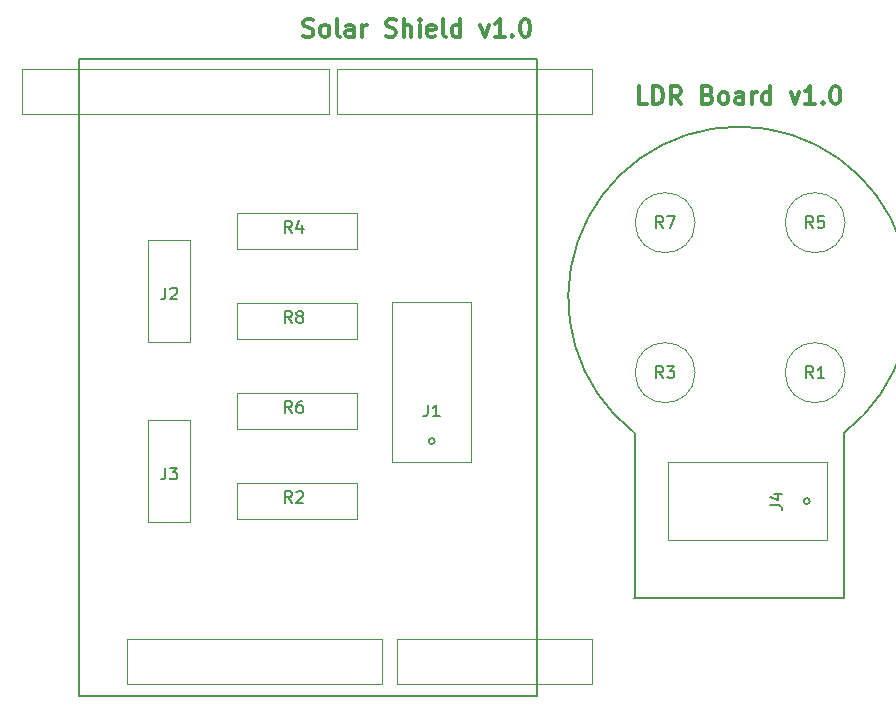
<source format=gbr>
G04 #@! TF.FileFunction,Other,Fab,Top*
%FSLAX46Y46*%
G04 Gerber Fmt 4.6, Leading zero omitted, Abs format (unit mm)*
G04 Created by KiCad (PCBNEW 4.0.3+e1-6302~38~ubuntu14.04.1-stable) date Sun Sep 11 21:15:42 2016*
%MOMM*%
%LPD*%
G01*
G04 APERTURE LIST*
%ADD10C,0.100000*%
%ADD11C,0.300000*%
%ADD12C,0.150000*%
%ADD13C,0.152400*%
%ADD14C,0.200000*%
%ADD15C,0.050000*%
G04 APERTURE END LIST*
D10*
D11*
X151936858Y-70838143D02*
X152151144Y-70909571D01*
X152508287Y-70909571D01*
X152651144Y-70838143D01*
X152722573Y-70766714D01*
X152794001Y-70623857D01*
X152794001Y-70481000D01*
X152722573Y-70338143D01*
X152651144Y-70266714D01*
X152508287Y-70195286D01*
X152222573Y-70123857D01*
X152079715Y-70052429D01*
X152008287Y-69981000D01*
X151936858Y-69838143D01*
X151936858Y-69695286D01*
X152008287Y-69552429D01*
X152079715Y-69481000D01*
X152222573Y-69409571D01*
X152579715Y-69409571D01*
X152794001Y-69481000D01*
X153651144Y-70909571D02*
X153508286Y-70838143D01*
X153436858Y-70766714D01*
X153365429Y-70623857D01*
X153365429Y-70195286D01*
X153436858Y-70052429D01*
X153508286Y-69981000D01*
X153651144Y-69909571D01*
X153865429Y-69909571D01*
X154008286Y-69981000D01*
X154079715Y-70052429D01*
X154151144Y-70195286D01*
X154151144Y-70623857D01*
X154079715Y-70766714D01*
X154008286Y-70838143D01*
X153865429Y-70909571D01*
X153651144Y-70909571D01*
X155008287Y-70909571D02*
X154865429Y-70838143D01*
X154794001Y-70695286D01*
X154794001Y-69409571D01*
X156222572Y-70909571D02*
X156222572Y-70123857D01*
X156151143Y-69981000D01*
X156008286Y-69909571D01*
X155722572Y-69909571D01*
X155579715Y-69981000D01*
X156222572Y-70838143D02*
X156079715Y-70909571D01*
X155722572Y-70909571D01*
X155579715Y-70838143D01*
X155508286Y-70695286D01*
X155508286Y-70552429D01*
X155579715Y-70409571D01*
X155722572Y-70338143D01*
X156079715Y-70338143D01*
X156222572Y-70266714D01*
X156936858Y-70909571D02*
X156936858Y-69909571D01*
X156936858Y-70195286D02*
X157008286Y-70052429D01*
X157079715Y-69981000D01*
X157222572Y-69909571D01*
X157365429Y-69909571D01*
X158936857Y-70838143D02*
X159151143Y-70909571D01*
X159508286Y-70909571D01*
X159651143Y-70838143D01*
X159722572Y-70766714D01*
X159794000Y-70623857D01*
X159794000Y-70481000D01*
X159722572Y-70338143D01*
X159651143Y-70266714D01*
X159508286Y-70195286D01*
X159222572Y-70123857D01*
X159079714Y-70052429D01*
X159008286Y-69981000D01*
X158936857Y-69838143D01*
X158936857Y-69695286D01*
X159008286Y-69552429D01*
X159079714Y-69481000D01*
X159222572Y-69409571D01*
X159579714Y-69409571D01*
X159794000Y-69481000D01*
X160436857Y-70909571D02*
X160436857Y-69409571D01*
X161079714Y-70909571D02*
X161079714Y-70123857D01*
X161008285Y-69981000D01*
X160865428Y-69909571D01*
X160651143Y-69909571D01*
X160508285Y-69981000D01*
X160436857Y-70052429D01*
X161794000Y-70909571D02*
X161794000Y-69909571D01*
X161794000Y-69409571D02*
X161722571Y-69481000D01*
X161794000Y-69552429D01*
X161865428Y-69481000D01*
X161794000Y-69409571D01*
X161794000Y-69552429D01*
X163079714Y-70838143D02*
X162936857Y-70909571D01*
X162651143Y-70909571D01*
X162508286Y-70838143D01*
X162436857Y-70695286D01*
X162436857Y-70123857D01*
X162508286Y-69981000D01*
X162651143Y-69909571D01*
X162936857Y-69909571D01*
X163079714Y-69981000D01*
X163151143Y-70123857D01*
X163151143Y-70266714D01*
X162436857Y-70409571D01*
X164008286Y-70909571D02*
X163865428Y-70838143D01*
X163794000Y-70695286D01*
X163794000Y-69409571D01*
X165222571Y-70909571D02*
X165222571Y-69409571D01*
X165222571Y-70838143D02*
X165079714Y-70909571D01*
X164794000Y-70909571D01*
X164651142Y-70838143D01*
X164579714Y-70766714D01*
X164508285Y-70623857D01*
X164508285Y-70195286D01*
X164579714Y-70052429D01*
X164651142Y-69981000D01*
X164794000Y-69909571D01*
X165079714Y-69909571D01*
X165222571Y-69981000D01*
X166936857Y-69909571D02*
X167294000Y-70909571D01*
X167651142Y-69909571D01*
X169008285Y-70909571D02*
X168151142Y-70909571D01*
X168579714Y-70909571D02*
X168579714Y-69409571D01*
X168436857Y-69623857D01*
X168293999Y-69766714D01*
X168151142Y-69838143D01*
X169651142Y-70766714D02*
X169722570Y-70838143D01*
X169651142Y-70909571D01*
X169579713Y-70838143D01*
X169651142Y-70766714D01*
X169651142Y-70909571D01*
X170651142Y-69409571D02*
X170793999Y-69409571D01*
X170936856Y-69481000D01*
X171008285Y-69552429D01*
X171079714Y-69695286D01*
X171151142Y-69981000D01*
X171151142Y-70338143D01*
X171079714Y-70623857D01*
X171008285Y-70766714D01*
X170936856Y-70838143D01*
X170793999Y-70909571D01*
X170651142Y-70909571D01*
X170508285Y-70838143D01*
X170436856Y-70766714D01*
X170365428Y-70623857D01*
X170293999Y-70338143D01*
X170293999Y-69981000D01*
X170365428Y-69695286D01*
X170436856Y-69552429D01*
X170508285Y-69481000D01*
X170651142Y-69409571D01*
X181063287Y-76624571D02*
X180349001Y-76624571D01*
X180349001Y-75124571D01*
X181563287Y-76624571D02*
X181563287Y-75124571D01*
X181920430Y-75124571D01*
X182134715Y-75196000D01*
X182277573Y-75338857D01*
X182349001Y-75481714D01*
X182420430Y-75767429D01*
X182420430Y-75981714D01*
X182349001Y-76267429D01*
X182277573Y-76410286D01*
X182134715Y-76553143D01*
X181920430Y-76624571D01*
X181563287Y-76624571D01*
X183920430Y-76624571D02*
X183420430Y-75910286D01*
X183063287Y-76624571D02*
X183063287Y-75124571D01*
X183634715Y-75124571D01*
X183777573Y-75196000D01*
X183849001Y-75267429D01*
X183920430Y-75410286D01*
X183920430Y-75624571D01*
X183849001Y-75767429D01*
X183777573Y-75838857D01*
X183634715Y-75910286D01*
X183063287Y-75910286D01*
X186206144Y-75838857D02*
X186420430Y-75910286D01*
X186491858Y-75981714D01*
X186563287Y-76124571D01*
X186563287Y-76338857D01*
X186491858Y-76481714D01*
X186420430Y-76553143D01*
X186277572Y-76624571D01*
X185706144Y-76624571D01*
X185706144Y-75124571D01*
X186206144Y-75124571D01*
X186349001Y-75196000D01*
X186420430Y-75267429D01*
X186491858Y-75410286D01*
X186491858Y-75553143D01*
X186420430Y-75696000D01*
X186349001Y-75767429D01*
X186206144Y-75838857D01*
X185706144Y-75838857D01*
X187420430Y-76624571D02*
X187277572Y-76553143D01*
X187206144Y-76481714D01*
X187134715Y-76338857D01*
X187134715Y-75910286D01*
X187206144Y-75767429D01*
X187277572Y-75696000D01*
X187420430Y-75624571D01*
X187634715Y-75624571D01*
X187777572Y-75696000D01*
X187849001Y-75767429D01*
X187920430Y-75910286D01*
X187920430Y-76338857D01*
X187849001Y-76481714D01*
X187777572Y-76553143D01*
X187634715Y-76624571D01*
X187420430Y-76624571D01*
X189206144Y-76624571D02*
X189206144Y-75838857D01*
X189134715Y-75696000D01*
X188991858Y-75624571D01*
X188706144Y-75624571D01*
X188563287Y-75696000D01*
X189206144Y-76553143D02*
X189063287Y-76624571D01*
X188706144Y-76624571D01*
X188563287Y-76553143D01*
X188491858Y-76410286D01*
X188491858Y-76267429D01*
X188563287Y-76124571D01*
X188706144Y-76053143D01*
X189063287Y-76053143D01*
X189206144Y-75981714D01*
X189920430Y-76624571D02*
X189920430Y-75624571D01*
X189920430Y-75910286D02*
X189991858Y-75767429D01*
X190063287Y-75696000D01*
X190206144Y-75624571D01*
X190349001Y-75624571D01*
X191491858Y-76624571D02*
X191491858Y-75124571D01*
X191491858Y-76553143D02*
X191349001Y-76624571D01*
X191063287Y-76624571D01*
X190920429Y-76553143D01*
X190849001Y-76481714D01*
X190777572Y-76338857D01*
X190777572Y-75910286D01*
X190849001Y-75767429D01*
X190920429Y-75696000D01*
X191063287Y-75624571D01*
X191349001Y-75624571D01*
X191491858Y-75696000D01*
X193206144Y-75624571D02*
X193563287Y-76624571D01*
X193920429Y-75624571D01*
X195277572Y-76624571D02*
X194420429Y-76624571D01*
X194849001Y-76624571D02*
X194849001Y-75124571D01*
X194706144Y-75338857D01*
X194563286Y-75481714D01*
X194420429Y-75553143D01*
X195920429Y-76481714D02*
X195991857Y-76553143D01*
X195920429Y-76624571D01*
X195849000Y-76553143D01*
X195920429Y-76481714D01*
X195920429Y-76624571D01*
X196920429Y-75124571D02*
X197063286Y-75124571D01*
X197206143Y-75196000D01*
X197277572Y-75267429D01*
X197349001Y-75410286D01*
X197420429Y-75696000D01*
X197420429Y-76053143D01*
X197349001Y-76338857D01*
X197277572Y-76481714D01*
X197206143Y-76553143D01*
X197063286Y-76624571D01*
X196920429Y-76624571D01*
X196777572Y-76553143D01*
X196706143Y-76481714D01*
X196634715Y-76338857D01*
X196563286Y-76053143D01*
X196563286Y-75696000D01*
X196634715Y-75410286D01*
X196706143Y-75267429D01*
X196777572Y-75196000D01*
X196920429Y-75124571D01*
D12*
X197739000Y-118409073D02*
X197739000Y-104439073D01*
X179959000Y-118409073D02*
X197739000Y-118409073D01*
X180029981Y-104439073D02*
X180029981Y-118409073D01*
X197748978Y-104431306D02*
G75*
G03X179959000Y-104439073I-8899978J11422233D01*
G01*
D13*
X171704000Y-126746000D02*
X171704000Y-72771000D01*
X132969000Y-126746000D02*
X171704000Y-126746000D01*
X132969000Y-72771000D02*
X132969000Y-126746000D01*
X171704000Y-72771000D02*
X132969000Y-72771000D01*
D14*
X194818000Y-110236000D02*
G75*
G03X194818000Y-110236000I-254000J0D01*
G01*
D15*
X196314000Y-113566000D02*
X182804000Y-113566000D01*
X196314000Y-106936000D02*
X196314000Y-113536000D01*
X196314000Y-106906000D02*
X182804000Y-106906000D01*
X182804000Y-106936000D02*
X182804000Y-113536000D01*
X176352200Y-121920000D02*
X159842200Y-121920000D01*
X176352200Y-125730000D02*
X176352200Y-121920000D01*
X159842200Y-125730000D02*
X176352200Y-125730000D01*
X159842200Y-121920000D02*
X159842200Y-125730000D01*
X136982200Y-125730000D02*
X136982200Y-121920000D01*
X158572200Y-125730000D02*
X136982200Y-125730000D01*
X158572200Y-121920000D02*
X158572200Y-125730000D01*
X136982200Y-121920000D02*
X158572200Y-121920000D01*
X154127200Y-77470000D02*
X154127200Y-73660000D01*
X128092200Y-77470000D02*
X154127200Y-77470000D01*
X128092200Y-73660000D02*
X128092200Y-77470000D01*
X154127200Y-73660000D02*
X128092200Y-73660000D01*
X176352200Y-73660000D02*
X176352200Y-77470000D01*
X154762200Y-73660000D02*
X176352200Y-73660000D01*
X154762200Y-77470000D02*
X154762200Y-73660000D01*
X176352200Y-77470000D02*
X154762200Y-77470000D01*
X156464000Y-96520000D02*
X146304000Y-96520000D01*
X156464000Y-93472000D02*
X156464000Y-96520000D01*
X146304000Y-93472000D02*
X156464000Y-93472000D01*
X146304000Y-96520000D02*
X146304000Y-93472000D01*
X185109981Y-86659073D02*
G75*
G03X185109981Y-86659073I-2540000J0D01*
G01*
X156464000Y-104140000D02*
X146304000Y-104140000D01*
X156464000Y-101092000D02*
X156464000Y-104140000D01*
X146304000Y-101092000D02*
X156464000Y-101092000D01*
X146304000Y-104140000D02*
X146304000Y-101092000D01*
X197809981Y-86659073D02*
G75*
G03X197809981Y-86659073I-2540000J0D01*
G01*
X156464000Y-88900000D02*
X146304000Y-88900000D01*
X156464000Y-85852000D02*
X156464000Y-88900000D01*
X146304000Y-85852000D02*
X156464000Y-85852000D01*
X146304000Y-88900000D02*
X146304000Y-85852000D01*
X185109981Y-99359073D02*
G75*
G03X185109981Y-99359073I-2540000J0D01*
G01*
X156464000Y-111760000D02*
X146304000Y-111760000D01*
X156464000Y-108712000D02*
X156464000Y-111760000D01*
X146304000Y-108712000D02*
X156464000Y-108712000D01*
X146304000Y-111760000D02*
X146304000Y-108712000D01*
X197809981Y-99359073D02*
G75*
G03X197809981Y-99359073I-2540000J0D01*
G01*
X138811000Y-112014000D02*
X138811000Y-103378000D01*
X142367000Y-112014000D02*
X138811000Y-112014000D01*
X142367000Y-103378000D02*
X142367000Y-112014000D01*
X138811000Y-103378000D02*
X142367000Y-103378000D01*
X138811000Y-96774000D02*
X138811000Y-88138000D01*
X142367000Y-96774000D02*
X138811000Y-96774000D01*
X142367000Y-88138000D02*
X142367000Y-96774000D01*
X138811000Y-88138000D02*
X142367000Y-88138000D01*
D14*
X163068000Y-105156000D02*
G75*
G03X163068000Y-105156000I-254000J0D01*
G01*
D15*
X159484000Y-106906000D02*
X159484000Y-93396000D01*
X166114000Y-106906000D02*
X159514000Y-106906000D01*
X166144000Y-106906000D02*
X166144000Y-93396000D01*
X166114000Y-93396000D02*
X159514000Y-93396000D01*
D12*
X191476381Y-110569333D02*
X192190667Y-110569333D01*
X192333524Y-110616953D01*
X192428762Y-110712191D01*
X192476381Y-110855048D01*
X192476381Y-110950286D01*
X191809714Y-109664571D02*
X192476381Y-109664571D01*
X191428762Y-109902667D02*
X192143048Y-110140762D01*
X192143048Y-109521714D01*
X150968414Y-95138501D02*
X150635080Y-94662310D01*
X150396985Y-95138501D02*
X150396985Y-94138501D01*
X150777938Y-94138501D01*
X150873176Y-94186120D01*
X150920795Y-94233739D01*
X150968414Y-94328977D01*
X150968414Y-94471834D01*
X150920795Y-94567072D01*
X150873176Y-94614691D01*
X150777938Y-94662310D01*
X150396985Y-94662310D01*
X151539842Y-94567072D02*
X151444604Y-94519453D01*
X151396985Y-94471834D01*
X151349366Y-94376596D01*
X151349366Y-94328977D01*
X151396985Y-94233739D01*
X151444604Y-94186120D01*
X151539842Y-94138501D01*
X151730319Y-94138501D01*
X151825557Y-94186120D01*
X151873176Y-94233739D01*
X151920795Y-94328977D01*
X151920795Y-94376596D01*
X151873176Y-94471834D01*
X151825557Y-94519453D01*
X151730319Y-94567072D01*
X151539842Y-94567072D01*
X151444604Y-94614691D01*
X151396985Y-94662310D01*
X151349366Y-94757549D01*
X151349366Y-94948025D01*
X151396985Y-95043263D01*
X151444604Y-95090882D01*
X151539842Y-95138501D01*
X151730319Y-95138501D01*
X151825557Y-95090882D01*
X151873176Y-95043263D01*
X151920795Y-94948025D01*
X151920795Y-94757549D01*
X151873176Y-94662310D01*
X151825557Y-94614691D01*
X151730319Y-94567072D01*
X182403315Y-87111454D02*
X182069981Y-86635263D01*
X181831886Y-87111454D02*
X181831886Y-86111454D01*
X182212839Y-86111454D01*
X182308077Y-86159073D01*
X182355696Y-86206692D01*
X182403315Y-86301930D01*
X182403315Y-86444787D01*
X182355696Y-86540025D01*
X182308077Y-86587644D01*
X182212839Y-86635263D01*
X181831886Y-86635263D01*
X182736648Y-86111454D02*
X183403315Y-86111454D01*
X182974743Y-87111454D01*
X150968414Y-102758501D02*
X150635080Y-102282310D01*
X150396985Y-102758501D02*
X150396985Y-101758501D01*
X150777938Y-101758501D01*
X150873176Y-101806120D01*
X150920795Y-101853739D01*
X150968414Y-101948977D01*
X150968414Y-102091834D01*
X150920795Y-102187072D01*
X150873176Y-102234691D01*
X150777938Y-102282310D01*
X150396985Y-102282310D01*
X151825557Y-101758501D02*
X151635080Y-101758501D01*
X151539842Y-101806120D01*
X151492223Y-101853739D01*
X151396985Y-101996596D01*
X151349366Y-102187072D01*
X151349366Y-102568025D01*
X151396985Y-102663263D01*
X151444604Y-102710882D01*
X151539842Y-102758501D01*
X151730319Y-102758501D01*
X151825557Y-102710882D01*
X151873176Y-102663263D01*
X151920795Y-102568025D01*
X151920795Y-102329930D01*
X151873176Y-102234691D01*
X151825557Y-102187072D01*
X151730319Y-102139453D01*
X151539842Y-102139453D01*
X151444604Y-102187072D01*
X151396985Y-102234691D01*
X151349366Y-102329930D01*
X195103315Y-87111454D02*
X194769981Y-86635263D01*
X194531886Y-87111454D02*
X194531886Y-86111454D01*
X194912839Y-86111454D01*
X195008077Y-86159073D01*
X195055696Y-86206692D01*
X195103315Y-86301930D01*
X195103315Y-86444787D01*
X195055696Y-86540025D01*
X195008077Y-86587644D01*
X194912839Y-86635263D01*
X194531886Y-86635263D01*
X196008077Y-86111454D02*
X195531886Y-86111454D01*
X195484267Y-86587644D01*
X195531886Y-86540025D01*
X195627124Y-86492406D01*
X195865220Y-86492406D01*
X195960458Y-86540025D01*
X196008077Y-86587644D01*
X196055696Y-86682883D01*
X196055696Y-86920978D01*
X196008077Y-87016216D01*
X195960458Y-87063835D01*
X195865220Y-87111454D01*
X195627124Y-87111454D01*
X195531886Y-87063835D01*
X195484267Y-87016216D01*
X150968414Y-87518501D02*
X150635080Y-87042310D01*
X150396985Y-87518501D02*
X150396985Y-86518501D01*
X150777938Y-86518501D01*
X150873176Y-86566120D01*
X150920795Y-86613739D01*
X150968414Y-86708977D01*
X150968414Y-86851834D01*
X150920795Y-86947072D01*
X150873176Y-86994691D01*
X150777938Y-87042310D01*
X150396985Y-87042310D01*
X151825557Y-86851834D02*
X151825557Y-87518501D01*
X151587461Y-86470882D02*
X151349366Y-87185168D01*
X151968414Y-87185168D01*
X182403315Y-99811454D02*
X182069981Y-99335263D01*
X181831886Y-99811454D02*
X181831886Y-98811454D01*
X182212839Y-98811454D01*
X182308077Y-98859073D01*
X182355696Y-98906692D01*
X182403315Y-99001930D01*
X182403315Y-99144787D01*
X182355696Y-99240025D01*
X182308077Y-99287644D01*
X182212839Y-99335263D01*
X181831886Y-99335263D01*
X182736648Y-98811454D02*
X183355696Y-98811454D01*
X183022362Y-99192406D01*
X183165220Y-99192406D01*
X183260458Y-99240025D01*
X183308077Y-99287644D01*
X183355696Y-99382883D01*
X183355696Y-99620978D01*
X183308077Y-99716216D01*
X183260458Y-99763835D01*
X183165220Y-99811454D01*
X182879505Y-99811454D01*
X182784267Y-99763835D01*
X182736648Y-99716216D01*
X150968414Y-110378501D02*
X150635080Y-109902310D01*
X150396985Y-110378501D02*
X150396985Y-109378501D01*
X150777938Y-109378501D01*
X150873176Y-109426120D01*
X150920795Y-109473739D01*
X150968414Y-109568977D01*
X150968414Y-109711834D01*
X150920795Y-109807072D01*
X150873176Y-109854691D01*
X150777938Y-109902310D01*
X150396985Y-109902310D01*
X151349366Y-109473739D02*
X151396985Y-109426120D01*
X151492223Y-109378501D01*
X151730319Y-109378501D01*
X151825557Y-109426120D01*
X151873176Y-109473739D01*
X151920795Y-109568977D01*
X151920795Y-109664215D01*
X151873176Y-109807072D01*
X151301747Y-110378501D01*
X151920795Y-110378501D01*
X195103315Y-99811454D02*
X194769981Y-99335263D01*
X194531886Y-99811454D02*
X194531886Y-98811454D01*
X194912839Y-98811454D01*
X195008077Y-98859073D01*
X195055696Y-98906692D01*
X195103315Y-99001930D01*
X195103315Y-99144787D01*
X195055696Y-99240025D01*
X195008077Y-99287644D01*
X194912839Y-99335263D01*
X194531886Y-99335263D01*
X196055696Y-99811454D02*
X195484267Y-99811454D01*
X195769981Y-99811454D02*
X195769981Y-98811454D01*
X195674743Y-98954311D01*
X195579505Y-99049549D01*
X195484267Y-99097168D01*
X140255667Y-107402381D02*
X140255667Y-108116667D01*
X140208047Y-108259524D01*
X140112809Y-108354762D01*
X139969952Y-108402381D01*
X139874714Y-108402381D01*
X140636619Y-107402381D02*
X141255667Y-107402381D01*
X140922333Y-107783333D01*
X141065191Y-107783333D01*
X141160429Y-107830952D01*
X141208048Y-107878571D01*
X141255667Y-107973810D01*
X141255667Y-108211905D01*
X141208048Y-108307143D01*
X141160429Y-108354762D01*
X141065191Y-108402381D01*
X140779476Y-108402381D01*
X140684238Y-108354762D01*
X140636619Y-108307143D01*
X140255667Y-92162381D02*
X140255667Y-92876667D01*
X140208047Y-93019524D01*
X140112809Y-93114762D01*
X139969952Y-93162381D01*
X139874714Y-93162381D01*
X140684238Y-92257619D02*
X140731857Y-92210000D01*
X140827095Y-92162381D01*
X141065191Y-92162381D01*
X141160429Y-92210000D01*
X141208048Y-92257619D01*
X141255667Y-92352857D01*
X141255667Y-92448095D01*
X141208048Y-92590952D01*
X140636619Y-93162381D01*
X141255667Y-93162381D01*
X162480667Y-102068381D02*
X162480667Y-102782667D01*
X162433047Y-102925524D01*
X162337809Y-103020762D01*
X162194952Y-103068381D01*
X162099714Y-103068381D01*
X163480667Y-103068381D02*
X162909238Y-103068381D01*
X163194952Y-103068381D02*
X163194952Y-102068381D01*
X163099714Y-102211238D01*
X163004476Y-102306476D01*
X162909238Y-102354095D01*
M02*

</source>
